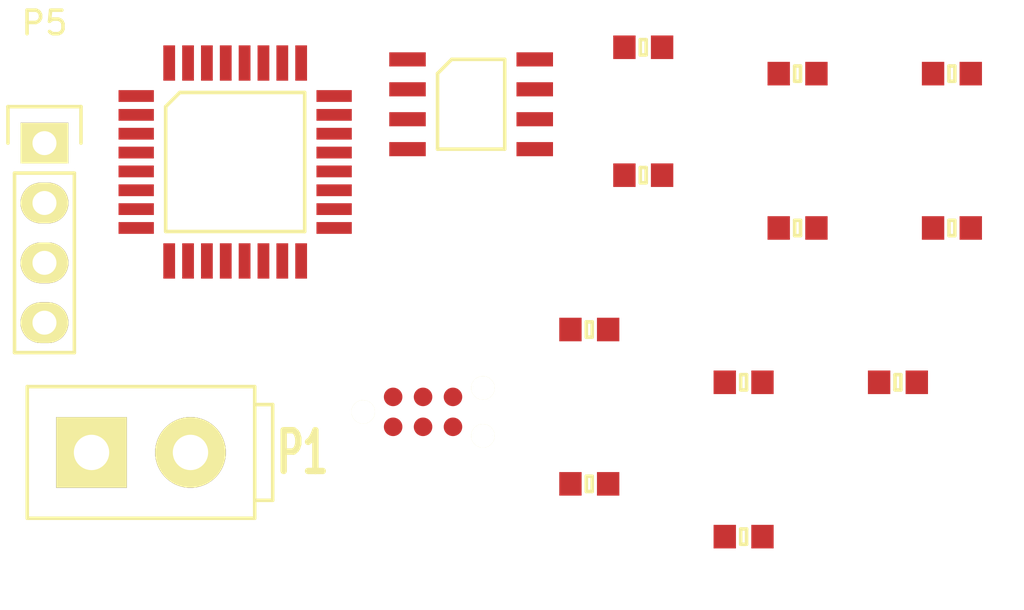
<source format=kicad_pcb>
(kicad_pcb (version 4) (host pcbnew 4.0.2-4+6225~38~ubuntu15.10.1-stable)

  (general
    (links 27)
    (no_connects 27)
    (area 0 0 0 0)
    (thickness 1.6)
    (drawings 0)
    (tracks 0)
    (zones 0)
    (modules 16)
    (nets 47)
  )

  (page A4)
  (layers
    (0 F.Cu signal)
    (31 B.Cu signal)
    (32 B.Adhes user)
    (33 F.Adhes user)
    (34 B.Paste user)
    (35 F.Paste user)
    (36 B.SilkS user)
    (37 F.SilkS user)
    (38 B.Mask user)
    (39 F.Mask user)
    (40 Dwgs.User user)
    (41 Cmts.User user)
    (42 Eco1.User user)
    (43 Eco2.User user)
    (44 Edge.Cuts user)
    (45 Margin user)
    (46 B.CrtYd user)
    (47 F.CrtYd user)
    (48 B.Fab user)
    (49 F.Fab user)
  )

  (setup
    (last_trace_width 0.25)
    (trace_clearance 0.2)
    (zone_clearance 0.508)
    (zone_45_only no)
    (trace_min 0.2)
    (segment_width 0.2)
    (edge_width 0.15)
    (via_size 0.6)
    (via_drill 0.4)
    (via_min_size 0.4)
    (via_min_drill 0.3)
    (uvia_size 0.3)
    (uvia_drill 0.1)
    (uvias_allowed no)
    (uvia_min_size 0.2)
    (uvia_min_drill 0.1)
    (pcb_text_width 0.3)
    (pcb_text_size 1.5 1.5)
    (mod_edge_width 0.15)
    (mod_text_size 1 1)
    (mod_text_width 0.15)
    (pad_size 1.524 1.524)
    (pad_drill 0.762)
    (pad_to_mask_clearance 0.2)
    (aux_axis_origin 0 0)
    (visible_elements FFFFFF7F)
    (pcbplotparams
      (layerselection 0x00030_80000001)
      (usegerberextensions false)
      (excludeedgelayer true)
      (linewidth 0.100000)
      (plotframeref false)
      (viasonmask false)
      (mode 1)
      (useauxorigin false)
      (hpglpennumber 1)
      (hpglpenspeed 20)
      (hpglpendiameter 15)
      (hpglpenoverlay 2)
      (psnegative false)
      (psa4output false)
      (plotreference true)
      (plotvalue true)
      (plotinvisibletext false)
      (padsonsilk false)
      (subtractmaskfromsilk false)
      (outputformat 1)
      (mirror false)
      (drillshape 1)
      (scaleselection 1)
      (outputdirectory ""))
  )

  (net 0 "")
  (net 1 GND)
  (net 2 +3V3)
  (net 3 "Net-(C5-Pad2)")
  (net 4 /BUS)
  (net 5 /BUS_A)
  (net 6 /BUS_B)
  (net 7 "Net-(IC1-Pad7)")
  (net 8 "Net-(IC2-Pad2)")
  (net 9 "Net-(IC2-Pad3)")
  (net 10 "Net-(IC2-Pad6)")
  (net 11 "Net-(IC2-Pad7)")
  (net 12 "Net-(IC2-Pad8)")
  (net 13 "Net-(IC2-Pad9)")
  (net 14 "Net-(IC2-Pad10)")
  (net 15 "Net-(IC2-Pad11)")
  (net 16 "Net-(IC2-Pad12)")
  (net 17 "Net-(IC2-Pad13)")
  (net 18 "Net-(IC2-Pad14)")
  (net 19 "Net-(IC2-Pad15)")
  (net 20 "Net-(IC2-Pad18)")
  (net 21 "Net-(IC2-Pad19)")
  (net 22 "Net-(IC2-Pad20)")
  (net 23 "Net-(IC2-Pad21)")
  (net 24 "Net-(IC2-Pad22)")
  (net 25 "Net-(IC2-Pad23)")
  (net 26 "Net-(IC2-Pad24)")
  (net 27 "Net-(IC2-Pad25)")
  (net 28 "Net-(IC2-Pad26)")
  (net 29 "Net-(IC2-Pad27)")
  (net 30 "Net-(IC2-Pad28)")
  (net 31 "Net-(IC2-Pad29)")
  (net 32 "Net-(IC2-Pad30)")
  (net 33 +12V)
  (net 34 /SWDIO)
  (net 35 /NRST)
  (net 36 /SWDCLK)
  (net 37 "Net-(P4-Pad6)")
  (net 38 /DRIVE_R)
  (net 39 /DRIVE_G)
  (net 40 /DRIVE_B)
  (net 41 /LED_R)
  (net 42 "Net-(Q1-Pad1)")
  (net 43 /LED_G)
  (net 44 "Net-(Q2-Pad1)")
  (net 45 /LED_B)
  (net 46 "Net-(Q3-Pad1)")

  (net_class Default "This is the default net class."
    (clearance 0.2)
    (trace_width 0.25)
    (via_dia 0.6)
    (via_drill 0.4)
    (uvia_dia 0.3)
    (uvia_drill 0.1)
    (add_net +12V)
    (add_net +3V3)
    (add_net /BUS)
    (add_net /BUS_A)
    (add_net /BUS_B)
    (add_net /DRIVE_B)
    (add_net /DRIVE_G)
    (add_net /DRIVE_R)
    (add_net /LED_B)
    (add_net /LED_G)
    (add_net /LED_R)
    (add_net /NRST)
    (add_net /SWDCLK)
    (add_net /SWDIO)
    (add_net GND)
    (add_net "Net-(C5-Pad2)")
    (add_net "Net-(IC1-Pad7)")
    (add_net "Net-(IC2-Pad10)")
    (add_net "Net-(IC2-Pad11)")
    (add_net "Net-(IC2-Pad12)")
    (add_net "Net-(IC2-Pad13)")
    (add_net "Net-(IC2-Pad14)")
    (add_net "Net-(IC2-Pad15)")
    (add_net "Net-(IC2-Pad18)")
    (add_net "Net-(IC2-Pad19)")
    (add_net "Net-(IC2-Pad2)")
    (add_net "Net-(IC2-Pad20)")
    (add_net "Net-(IC2-Pad21)")
    (add_net "Net-(IC2-Pad22)")
    (add_net "Net-(IC2-Pad23)")
    (add_net "Net-(IC2-Pad24)")
    (add_net "Net-(IC2-Pad25)")
    (add_net "Net-(IC2-Pad26)")
    (add_net "Net-(IC2-Pad27)")
    (add_net "Net-(IC2-Pad28)")
    (add_net "Net-(IC2-Pad29)")
    (add_net "Net-(IC2-Pad3)")
    (add_net "Net-(IC2-Pad30)")
    (add_net "Net-(IC2-Pad6)")
    (add_net "Net-(IC2-Pad7)")
    (add_net "Net-(IC2-Pad8)")
    (add_net "Net-(IC2-Pad9)")
    (add_net "Net-(P4-Pad6)")
    (add_net "Net-(Q1-Pad1)")
    (add_net "Net-(Q2-Pad1)")
    (add_net "Net-(Q3-Pad1)")
  )

  (module agg:0603 (layer F.Cu) (tedit 56836635) (tstamp 56F1FAFB)
    (at 177.45 37.155953)
    (path /56F1D5B2)
    (fp_text reference C1 (at -2.225 0 90) (layer F.Fab)
      (effects (font (size 1 1) (thickness 0.15)))
    )
    (fp_text value 100n (at 2.225 0 90) (layer F.Fab)
      (effects (font (size 1 1) (thickness 0.15)))
    )
    (fp_line (start -0.8 -0.4) (end 0.8 -0.4) (layer F.Fab) (width 0.01))
    (fp_line (start 0.8 -0.4) (end 0.8 0.4) (layer F.Fab) (width 0.01))
    (fp_line (start 0.8 0.4) (end -0.8 0.4) (layer F.Fab) (width 0.01))
    (fp_line (start -0.8 0.4) (end -0.8 -0.4) (layer F.Fab) (width 0.01))
    (fp_line (start -0.45 -0.4) (end -0.45 0.4) (layer F.Fab) (width 0.01))
    (fp_line (start 0.45 -0.4) (end 0.45 0.4) (layer F.Fab) (width 0.01))
    (fp_line (start -0.125 -0.325) (end 0.125 -0.325) (layer F.SilkS) (width 0.15))
    (fp_line (start 0.125 -0.325) (end 0.125 0.325) (layer F.SilkS) (width 0.15))
    (fp_line (start 0.125 0.325) (end -0.125 0.325) (layer F.SilkS) (width 0.15))
    (fp_line (start -0.125 0.325) (end -0.125 -0.325) (layer F.SilkS) (width 0.15))
    (fp_line (start -1.55 -0.75) (end 1.55 -0.75) (layer F.CrtYd) (width 0.01))
    (fp_line (start 1.55 -0.75) (end 1.55 0.75) (layer F.CrtYd) (width 0.01))
    (fp_line (start 1.55 0.75) (end -1.55 0.75) (layer F.CrtYd) (width 0.01))
    (fp_line (start -1.55 0.75) (end -1.55 -0.75) (layer F.CrtYd) (width 0.01))
    (pad 1 smd rect (at -0.8 0) (size 0.95 1) (layers F.Cu F.Paste F.Mask)
      (net 1 GND))
    (pad 2 smd rect (at 0.8 0) (size 0.95 1) (layers F.Cu F.Paste F.Mask)
      (net 2 +3V3))
  )

  (module agg:0603 (layer F.Cu) (tedit 56836635) (tstamp 56F1FB0F)
    (at 184 38.275001)
    (path /56F1DA30)
    (fp_text reference C2 (at -2.225 0 90) (layer F.Fab)
      (effects (font (size 1 1) (thickness 0.15)))
    )
    (fp_text value C_Small (at 2.225 0 90) (layer F.Fab)
      (effects (font (size 1 1) (thickness 0.15)))
    )
    (fp_line (start -0.8 -0.4) (end 0.8 -0.4) (layer F.Fab) (width 0.01))
    (fp_line (start 0.8 -0.4) (end 0.8 0.4) (layer F.Fab) (width 0.01))
    (fp_line (start 0.8 0.4) (end -0.8 0.4) (layer F.Fab) (width 0.01))
    (fp_line (start -0.8 0.4) (end -0.8 -0.4) (layer F.Fab) (width 0.01))
    (fp_line (start -0.45 -0.4) (end -0.45 0.4) (layer F.Fab) (width 0.01))
    (fp_line (start 0.45 -0.4) (end 0.45 0.4) (layer F.Fab) (width 0.01))
    (fp_line (start -0.125 -0.325) (end 0.125 -0.325) (layer F.SilkS) (width 0.15))
    (fp_line (start 0.125 -0.325) (end 0.125 0.325) (layer F.SilkS) (width 0.15))
    (fp_line (start 0.125 0.325) (end -0.125 0.325) (layer F.SilkS) (width 0.15))
    (fp_line (start -0.125 0.325) (end -0.125 -0.325) (layer F.SilkS) (width 0.15))
    (fp_line (start -1.55 -0.75) (end 1.55 -0.75) (layer F.CrtYd) (width 0.01))
    (fp_line (start 1.55 -0.75) (end 1.55 0.75) (layer F.CrtYd) (width 0.01))
    (fp_line (start 1.55 0.75) (end -1.55 0.75) (layer F.CrtYd) (width 0.01))
    (fp_line (start -1.55 0.75) (end -1.55 -0.75) (layer F.CrtYd) (width 0.01))
    (pad 1 smd rect (at -0.8 0) (size 0.95 1) (layers F.Cu F.Paste F.Mask)
      (net 1 GND))
    (pad 2 smd rect (at 0.8 0) (size 0.95 1) (layers F.Cu F.Paste F.Mask)
      (net 2 +3V3))
  )

  (module agg:0603 (layer F.Cu) (tedit 56836635) (tstamp 56F1FB23)
    (at 177.45 42.585001)
    (path /56F1D9E7)
    (fp_text reference C3 (at -2.225 0 90) (layer F.Fab)
      (effects (font (size 1 1) (thickness 0.15)))
    )
    (fp_text value C_Small (at 2.225 0 90) (layer F.Fab)
      (effects (font (size 1 1) (thickness 0.15)))
    )
    (fp_line (start -0.8 -0.4) (end 0.8 -0.4) (layer F.Fab) (width 0.01))
    (fp_line (start 0.8 -0.4) (end 0.8 0.4) (layer F.Fab) (width 0.01))
    (fp_line (start 0.8 0.4) (end -0.8 0.4) (layer F.Fab) (width 0.01))
    (fp_line (start -0.8 0.4) (end -0.8 -0.4) (layer F.Fab) (width 0.01))
    (fp_line (start -0.45 -0.4) (end -0.45 0.4) (layer F.Fab) (width 0.01))
    (fp_line (start 0.45 -0.4) (end 0.45 0.4) (layer F.Fab) (width 0.01))
    (fp_line (start -0.125 -0.325) (end 0.125 -0.325) (layer F.SilkS) (width 0.15))
    (fp_line (start 0.125 -0.325) (end 0.125 0.325) (layer F.SilkS) (width 0.15))
    (fp_line (start 0.125 0.325) (end -0.125 0.325) (layer F.SilkS) (width 0.15))
    (fp_line (start -0.125 0.325) (end -0.125 -0.325) (layer F.SilkS) (width 0.15))
    (fp_line (start -1.55 -0.75) (end 1.55 -0.75) (layer F.CrtYd) (width 0.01))
    (fp_line (start 1.55 -0.75) (end 1.55 0.75) (layer F.CrtYd) (width 0.01))
    (fp_line (start 1.55 0.75) (end -1.55 0.75) (layer F.CrtYd) (width 0.01))
    (fp_line (start -1.55 0.75) (end -1.55 -0.75) (layer F.CrtYd) (width 0.01))
    (pad 1 smd rect (at -0.8 0) (size 0.95 1) (layers F.Cu F.Paste F.Mask)
      (net 1 GND))
    (pad 2 smd rect (at 0.8 0) (size 0.95 1) (layers F.Cu F.Paste F.Mask)
      (net 2 +3V3))
  )

  (module agg:0603 (layer F.Cu) (tedit 56836635) (tstamp 56F1FB37)
    (at 175.16 49.135001)
    (path /56F1DB0A)
    (fp_text reference C4 (at -2.225 0 90) (layer F.Fab)
      (effects (font (size 1 1) (thickness 0.15)))
    )
    (fp_text value C_Small (at 2.225 0 90) (layer F.Fab)
      (effects (font (size 1 1) (thickness 0.15)))
    )
    (fp_line (start -0.8 -0.4) (end 0.8 -0.4) (layer F.Fab) (width 0.01))
    (fp_line (start 0.8 -0.4) (end 0.8 0.4) (layer F.Fab) (width 0.01))
    (fp_line (start 0.8 0.4) (end -0.8 0.4) (layer F.Fab) (width 0.01))
    (fp_line (start -0.8 0.4) (end -0.8 -0.4) (layer F.Fab) (width 0.01))
    (fp_line (start -0.45 -0.4) (end -0.45 0.4) (layer F.Fab) (width 0.01))
    (fp_line (start 0.45 -0.4) (end 0.45 0.4) (layer F.Fab) (width 0.01))
    (fp_line (start -0.125 -0.325) (end 0.125 -0.325) (layer F.SilkS) (width 0.15))
    (fp_line (start 0.125 -0.325) (end 0.125 0.325) (layer F.SilkS) (width 0.15))
    (fp_line (start 0.125 0.325) (end -0.125 0.325) (layer F.SilkS) (width 0.15))
    (fp_line (start -0.125 0.325) (end -0.125 -0.325) (layer F.SilkS) (width 0.15))
    (fp_line (start -1.55 -0.75) (end 1.55 -0.75) (layer F.CrtYd) (width 0.01))
    (fp_line (start 1.55 -0.75) (end 1.55 0.75) (layer F.CrtYd) (width 0.01))
    (fp_line (start 1.55 0.75) (end -1.55 0.75) (layer F.CrtYd) (width 0.01))
    (fp_line (start -1.55 0.75) (end -1.55 -0.75) (layer F.CrtYd) (width 0.01))
    (pad 1 smd rect (at -0.8 0) (size 0.95 1) (layers F.Cu F.Paste F.Mask)
      (net 1 GND))
    (pad 2 smd rect (at 0.8 0) (size 0.95 1) (layers F.Cu F.Paste F.Mask)
      (net 2 +3V3))
  )

  (module agg:0603 (layer F.Cu) (tedit 56836635) (tstamp 56F1FB4B)
    (at 184 44.825001)
    (path /56F1D8E2)
    (fp_text reference C5 (at -2.225 0 90) (layer F.Fab)
      (effects (font (size 1 1) (thickness 0.15)))
    )
    (fp_text value C_Small (at 2.225 0 90) (layer F.Fab)
      (effects (font (size 1 1) (thickness 0.15)))
    )
    (fp_line (start -0.8 -0.4) (end 0.8 -0.4) (layer F.Fab) (width 0.01))
    (fp_line (start 0.8 -0.4) (end 0.8 0.4) (layer F.Fab) (width 0.01))
    (fp_line (start 0.8 0.4) (end -0.8 0.4) (layer F.Fab) (width 0.01))
    (fp_line (start -0.8 0.4) (end -0.8 -0.4) (layer F.Fab) (width 0.01))
    (fp_line (start -0.45 -0.4) (end -0.45 0.4) (layer F.Fab) (width 0.01))
    (fp_line (start 0.45 -0.4) (end 0.45 0.4) (layer F.Fab) (width 0.01))
    (fp_line (start -0.125 -0.325) (end 0.125 -0.325) (layer F.SilkS) (width 0.15))
    (fp_line (start 0.125 -0.325) (end 0.125 0.325) (layer F.SilkS) (width 0.15))
    (fp_line (start 0.125 0.325) (end -0.125 0.325) (layer F.SilkS) (width 0.15))
    (fp_line (start -0.125 0.325) (end -0.125 -0.325) (layer F.SilkS) (width 0.15))
    (fp_line (start -1.55 -0.75) (end 1.55 -0.75) (layer F.CrtYd) (width 0.01))
    (fp_line (start 1.55 -0.75) (end 1.55 0.75) (layer F.CrtYd) (width 0.01))
    (fp_line (start 1.55 0.75) (end -1.55 0.75) (layer F.CrtYd) (width 0.01))
    (fp_line (start -1.55 0.75) (end -1.55 -0.75) (layer F.CrtYd) (width 0.01))
    (pad 1 smd rect (at -0.8 0) (size 0.95 1) (layers F.Cu F.Paste F.Mask)
      (net 1 GND))
    (pad 2 smd rect (at 0.8 0) (size 0.95 1) (layers F.Cu F.Paste F.Mask)
      (net 3 "Net-(C5-Pad2)"))
  )

  (module SOIC-8 (layer F.Cu) (tedit 5680BCD7) (tstamp 56F1FB7D)
    (at 170.145001 39.575)
    (path /56F1CC5E)
    (fp_text reference IC1 (at 0 -3.45) (layer F.Fab)
      (effects (font (size 1 1) (thickness 0.15)))
    )
    (fp_text value LMx93 (at 0 3.45) (layer F.Fab)
      (effects (font (size 1 1) (thickness 0.15)))
    )
    (fp_line (start -2 -2.5) (end 2 -2.5) (layer F.Fab) (width 0.01))
    (fp_line (start 2 -2.5) (end 2 2.5) (layer F.Fab) (width 0.01))
    (fp_line (start 2 2.5) (end -2 2.5) (layer F.Fab) (width 0.01))
    (fp_line (start -2 2.5) (end -2 -2.5) (layer F.Fab) (width 0.01))
    (fp_circle (center -1.2 -1.7) (end -1.2 -1.3) (layer F.Fab) (width 0.01))
    (fp_line (start -3.1 -2.155) (end -2 -2.155) (layer F.Fab) (width 0.01))
    (fp_line (start -2 -1.655) (end -3.1 -1.655) (layer F.Fab) (width 0.01))
    (fp_line (start -3.1 -1.655) (end -3.1 -2.155) (layer F.Fab) (width 0.01))
    (fp_line (start -3.1 -0.885) (end -2 -0.885) (layer F.Fab) (width 0.01))
    (fp_line (start -2 -0.385) (end -3.1 -0.385) (layer F.Fab) (width 0.01))
    (fp_line (start -3.1 -0.385) (end -3.1 -0.885) (layer F.Fab) (width 0.01))
    (fp_line (start -3.1 0.385) (end -2 0.385) (layer F.Fab) (width 0.01))
    (fp_line (start -2 0.885) (end -3.1 0.885) (layer F.Fab) (width 0.01))
    (fp_line (start -3.1 0.885) (end -3.1 0.385) (layer F.Fab) (width 0.01))
    (fp_line (start -3.1 1.655) (end -2 1.655) (layer F.Fab) (width 0.01))
    (fp_line (start -2 2.155) (end -3.1 2.155) (layer F.Fab) (width 0.01))
    (fp_line (start -3.1 2.155) (end -3.1 1.655) (layer F.Fab) (width 0.01))
    (fp_line (start 2 1.655) (end 3.1 1.655) (layer F.Fab) (width 0.01))
    (fp_line (start 3.1 1.655) (end 3.1 2.155) (layer F.Fab) (width 0.01))
    (fp_line (start 3.1 2.155) (end 2 2.155) (layer F.Fab) (width 0.01))
    (fp_line (start 2 0.385) (end 3.1 0.385) (layer F.Fab) (width 0.01))
    (fp_line (start 3.1 0.385) (end 3.1 0.885) (layer F.Fab) (width 0.01))
    (fp_line (start 3.1 0.885) (end 2 0.885) (layer F.Fab) (width 0.01))
    (fp_line (start 2 -0.885) (end 3.1 -0.885) (layer F.Fab) (width 0.01))
    (fp_line (start 3.1 -0.885) (end 3.1 -0.385) (layer F.Fab) (width 0.01))
    (fp_line (start 3.1 -0.385) (end 2 -0.385) (layer F.Fab) (width 0.01))
    (fp_line (start 2 -2.155) (end 3.1 -2.155) (layer F.Fab) (width 0.01))
    (fp_line (start 3.1 -2.155) (end 3.1 -1.655) (layer F.Fab) (width 0.01))
    (fp_line (start 3.1 -1.655) (end 2 -1.655) (layer F.Fab) (width 0.01))
    (fp_line (start -0.825 -1.905) (end 1.425 -1.905) (layer F.SilkS) (width 0.15))
    (fp_line (start 1.425 -1.905) (end 1.425 1.905) (layer F.SilkS) (width 0.15))
    (fp_line (start 1.425 1.905) (end -1.425 1.905) (layer F.SilkS) (width 0.15))
    (fp_line (start -1.425 1.905) (end -1.425 -1.305) (layer F.SilkS) (width 0.15))
    (fp_line (start -1.425 -1.305) (end -0.825 -1.905) (layer F.SilkS) (width 0.15))
    (fp_line (start -3.75 -2.75) (end 3.75 -2.75) (layer F.CrtYd) (width 0.01))
    (fp_line (start 3.75 -2.75) (end 3.75 2.75) (layer F.CrtYd) (width 0.01))
    (fp_line (start 3.75 2.75) (end -3.75 2.75) (layer F.CrtYd) (width 0.01))
    (fp_line (start -3.75 2.75) (end -3.75 -2.75) (layer F.CrtYd) (width 0.01))
    (pad 1 smd rect (at -2.7 -1.905) (size 1.55 0.6) (layers F.Cu F.Paste F.Mask)
      (net 4 /BUS))
    (pad 2 smd rect (at -2.7 -0.635) (size 1.55 0.6) (layers F.Cu F.Paste F.Mask)
      (net 5 /BUS_A))
    (pad 3 smd rect (at -2.7 0.635) (size 1.55 0.6) (layers F.Cu F.Paste F.Mask)
      (net 6 /BUS_B))
    (pad 4 smd rect (at -2.7 1.905) (size 1.55 0.6) (layers F.Cu F.Paste F.Mask)
      (net 1 GND))
    (pad 5 smd rect (at 2.7 1.905) (size 1.55 0.6) (layers F.Cu F.Paste F.Mask)
      (net 1 GND))
    (pad 6 smd rect (at 2.7 0.635) (size 1.55 0.6) (layers F.Cu F.Paste F.Mask)
      (net 1 GND))
    (pad 7 smd rect (at 2.7 -0.635) (size 1.55 0.6) (layers F.Cu F.Paste F.Mask)
      (net 7 "Net-(IC1-Pad7)"))
    (pad 8 smd rect (at 2.7 -1.905) (size 1.55 0.6) (layers F.Cu F.Paste F.Mask)
      (net 2 +3V3))
  )

  (module agg:LQFP-32 (layer F.Cu) (tedit 56F130B3) (tstamp 56F1FC0F)
    (at 160.130715 42.025)
    (path /56F1D60D)
    (fp_text reference IC2 (at 0 -5.9) (layer F.Fab)
      (effects (font (size 1 1) (thickness 0.15)))
    )
    (fp_text value STM32F0xxKxTx (at 0 5.9) (layer F.Fab)
      (effects (font (size 1 1) (thickness 0.15)))
    )
    (fp_line (start -3.6 -3.6) (end 3.6 -3.6) (layer F.Fab) (width 0.01))
    (fp_line (start 3.6 -3.6) (end 3.6 3.6) (layer F.Fab) (width 0.01))
    (fp_line (start 3.6 3.6) (end -3.6 3.6) (layer F.Fab) (width 0.01))
    (fp_line (start -3.6 3.6) (end -3.6 -3.6) (layer F.Fab) (width 0.01))
    (fp_circle (center -2.8 -2.8) (end -2.8 -2.4) (layer F.Fab) (width 0.01))
    (fp_line (start -4.6 -3) (end -3.6 -3) (layer F.Fab) (width 0.01))
    (fp_line (start -3.6 -2.6) (end -4.6 -2.6) (layer F.Fab) (width 0.01))
    (fp_line (start -4.6 -2.6) (end -4.6 -3) (layer F.Fab) (width 0.01))
    (fp_line (start -4.6 -2.2) (end -3.6 -2.2) (layer F.Fab) (width 0.01))
    (fp_line (start -3.6 -1.8) (end -4.6 -1.8) (layer F.Fab) (width 0.01))
    (fp_line (start -4.6 -1.8) (end -4.6 -2.2) (layer F.Fab) (width 0.01))
    (fp_line (start -4.6 -1.4) (end -3.6 -1.4) (layer F.Fab) (width 0.01))
    (fp_line (start -3.6 -1) (end -4.6 -1) (layer F.Fab) (width 0.01))
    (fp_line (start -4.6 -1) (end -4.6 -1.4) (layer F.Fab) (width 0.01))
    (fp_line (start -4.6 -0.6) (end -3.6 -0.6) (layer F.Fab) (width 0.01))
    (fp_line (start -3.6 -0.2) (end -4.6 -0.2) (layer F.Fab) (width 0.01))
    (fp_line (start -4.6 -0.2) (end -4.6 -0.6) (layer F.Fab) (width 0.01))
    (fp_line (start -4.6 0.2) (end -3.6 0.2) (layer F.Fab) (width 0.01))
    (fp_line (start -3.6 0.6) (end -4.6 0.6) (layer F.Fab) (width 0.01))
    (fp_line (start -4.6 0.6) (end -4.6 0.2) (layer F.Fab) (width 0.01))
    (fp_line (start -4.6 1) (end -3.6 1) (layer F.Fab) (width 0.01))
    (fp_line (start -3.6 1.4) (end -4.6 1.4) (layer F.Fab) (width 0.01))
    (fp_line (start -4.6 1.4) (end -4.6 1) (layer F.Fab) (width 0.01))
    (fp_line (start -4.6 1.8) (end -3.6 1.8) (layer F.Fab) (width 0.01))
    (fp_line (start -3.6 2.2) (end -4.6 2.2) (layer F.Fab) (width 0.01))
    (fp_line (start -4.6 2.2) (end -4.6 1.8) (layer F.Fab) (width 0.01))
    (fp_line (start -4.6 2.6) (end -3.6 2.6) (layer F.Fab) (width 0.01))
    (fp_line (start -3.6 3) (end -4.6 3) (layer F.Fab) (width 0.01))
    (fp_line (start -4.6 3) (end -4.6 2.6) (layer F.Fab) (width 0.01))
    (fp_line (start 3.6 2.6) (end 4.6 2.6) (layer F.Fab) (width 0.01))
    (fp_line (start 4.6 2.6) (end 4.6 3) (layer F.Fab) (width 0.01))
    (fp_line (start 4.6 3) (end 3.6 3) (layer F.Fab) (width 0.01))
    (fp_line (start 3.6 1.8) (end 4.6 1.8) (layer F.Fab) (width 0.01))
    (fp_line (start 4.6 1.8) (end 4.6 2.2) (layer F.Fab) (width 0.01))
    (fp_line (start 4.6 2.2) (end 3.6 2.2) (layer F.Fab) (width 0.01))
    (fp_line (start 3.6 1) (end 4.6 1) (layer F.Fab) (width 0.01))
    (fp_line (start 4.6 1) (end 4.6 1.4) (layer F.Fab) (width 0.01))
    (fp_line (start 4.6 1.4) (end 3.6 1.4) (layer F.Fab) (width 0.01))
    (fp_line (start 3.6 0.2) (end 4.6 0.2) (layer F.Fab) (width 0.01))
    (fp_line (start 4.6 0.2) (end 4.6 0.6) (layer F.Fab) (width 0.01))
    (fp_line (start 4.6 0.6) (end 3.6 0.6) (layer F.Fab) (width 0.01))
    (fp_line (start 3.6 -0.6) (end 4.6 -0.6) (layer F.Fab) (width 0.01))
    (fp_line (start 4.6 -0.6) (end 4.6 -0.2) (layer F.Fab) (width 0.01))
    (fp_line (start 4.6 -0.2) (end 3.6 -0.2) (layer F.Fab) (width 0.01))
    (fp_line (start 3.6 -1.4) (end 4.6 -1.4) (layer F.Fab) (width 0.01))
    (fp_line (start 4.6 -1.4) (end 4.6 -1) (layer F.Fab) (width 0.01))
    (fp_line (start 4.6 -1) (end 3.6 -1) (layer F.Fab) (width 0.01))
    (fp_line (start 3.6 -2.2) (end 4.6 -2.2) (layer F.Fab) (width 0.01))
    (fp_line (start 4.6 -2.2) (end 4.6 -1.8) (layer F.Fab) (width 0.01))
    (fp_line (start 4.6 -1.8) (end 3.6 -1.8) (layer F.Fab) (width 0.01))
    (fp_line (start 3.6 -3) (end 4.6 -3) (layer F.Fab) (width 0.01))
    (fp_line (start 4.6 -3) (end 4.6 -2.6) (layer F.Fab) (width 0.01))
    (fp_line (start 4.6 -2.6) (end 3.6 -2.6) (layer F.Fab) (width 0.01))
    (fp_line (start 2.6 -4.6) (end 3 -4.6) (layer F.Fab) (width 0.01))
    (fp_line (start 3 -4.6) (end 3 -3.6) (layer F.Fab) (width 0.01))
    (fp_line (start 2.6 -3.6) (end 2.6 -4.6) (layer F.Fab) (width 0.01))
    (fp_line (start 1.8 -4.6) (end 2.2 -4.6) (layer F.Fab) (width 0.01))
    (fp_line (start 2.2 -4.6) (end 2.2 -3.6) (layer F.Fab) (width 0.01))
    (fp_line (start 1.8 -3.6) (end 1.8 -4.6) (layer F.Fab) (width 0.01))
    (fp_line (start 1 -4.6) (end 1.4 -4.6) (layer F.Fab) (width 0.01))
    (fp_line (start 1.4 -4.6) (end 1.4 -3.6) (layer F.Fab) (width 0.01))
    (fp_line (start 1 -3.6) (end 1 -4.6) (layer F.Fab) (width 0.01))
    (fp_line (start 0.2 -4.6) (end 0.6 -4.6) (layer F.Fab) (width 0.01))
    (fp_line (start 0.6 -4.6) (end 0.6 -3.6) (layer F.Fab) (width 0.01))
    (fp_line (start 0.2 -3.6) (end 0.2 -4.6) (layer F.Fab) (width 0.01))
    (fp_line (start -0.6 -4.6) (end -0.2 -4.6) (layer F.Fab) (width 0.01))
    (fp_line (start -0.2 -4.6) (end -0.2 -3.6) (layer F.Fab) (width 0.01))
    (fp_line (start -0.6 -3.6) (end -0.6 -4.6) (layer F.Fab) (width 0.01))
    (fp_line (start -1.4 -4.6) (end -1 -4.6) (layer F.Fab) (width 0.01))
    (fp_line (start -1 -4.6) (end -1 -3.6) (layer F.Fab) (width 0.01))
    (fp_line (start -1.4 -3.6) (end -1.4 -4.6) (layer F.Fab) (width 0.01))
    (fp_line (start -2.2 -4.6) (end -1.8 -4.6) (layer F.Fab) (width 0.01))
    (fp_line (start -1.8 -4.6) (end -1.8 -3.6) (layer F.Fab) (width 0.01))
    (fp_line (start -2.2 -3.6) (end -2.2 -4.6) (layer F.Fab) (width 0.01))
    (fp_line (start -3 -4.6) (end -2.6 -4.6) (layer F.Fab) (width 0.01))
    (fp_line (start -2.6 -4.6) (end -2.6 -3.6) (layer F.Fab) (width 0.01))
    (fp_line (start -3 -3.6) (end -3 -4.6) (layer F.Fab) (width 0.01))
    (fp_line (start -2.6 3.6) (end -2.6 4.6) (layer F.Fab) (width 0.01))
    (fp_line (start -2.6 4.6) (end -3 4.6) (layer F.Fab) (width 0.01))
    (fp_line (start -3 4.6) (end -3 3.6) (layer F.Fab) (width 0.01))
    (fp_line (start -1.8 3.6) (end -1.8 4.6) (layer F.Fab) (width 0.01))
    (fp_line (start -1.8 4.6) (end -2.2 4.6) (layer F.Fab) (width 0.01))
    (fp_line (start -2.2 4.6) (end -2.2 3.6) (layer F.Fab) (width 0.01))
    (fp_line (start -1 3.6) (end -1 4.6) (layer F.Fab) (width 0.01))
    (fp_line (start -1 4.6) (end -1.4 4.6) (layer F.Fab) (width 0.01))
    (fp_line (start -1.4 4.6) (end -1.4 3.6) (layer F.Fab) (width 0.01))
    (fp_line (start -0.2 3.6) (end -0.2 4.6) (layer F.Fab) (width 0.01))
    (fp_line (start -0.2 4.6) (end -0.6 4.6) (layer F.Fab) (width 0.01))
    (fp_line (start -0.6 4.6) (end -0.6 3.6) (layer F.Fab) (width 0.01))
    (fp_line (start 0.6 3.6) (end 0.6 4.6) (layer F.Fab) (width 0.01))
    (fp_line (start 0.6 4.6) (end 0.2 4.6) (layer F.Fab) (width 0.01))
    (fp_line (start 0.2 4.6) (end 0.2 3.6) (layer F.Fab) (width 0.01))
    (fp_line (start 1.4 3.6) (end 1.4 4.6) (layer F.Fab) (width 0.01))
    (fp_line (start 1.4 4.6) (end 1 4.6) (layer F.Fab) (width 0.01))
    (fp_line (start 1 4.6) (end 1 3.6) (layer F.Fab) (width 0.01))
    (fp_line (start 2.2 3.6) (end 2.2 4.6) (layer F.Fab) (width 0.01))
    (fp_line (start 2.2 4.6) (end 1.8 4.6) (layer F.Fab) (width 0.01))
    (fp_line (start 1.8 4.6) (end 1.8 3.6) (layer F.Fab) (width 0.01))
    (fp_line (start 3 3.6) (end 3 4.6) (layer F.Fab) (width 0.01))
    (fp_line (start 3 4.6) (end 2.6 4.6) (layer F.Fab) (width 0.01))
    (fp_line (start 2.6 4.6) (end 2.6 3.6) (layer F.Fab) (width 0.01))
    (fp_line (start -2.35 -2.95) (end 2.95 -2.95) (layer F.SilkS) (width 0.15))
    (fp_line (start 2.95 -2.95) (end 2.95 2.95) (layer F.SilkS) (width 0.15))
    (fp_line (start 2.95 2.95) (end -2.95 2.95) (layer F.SilkS) (width 0.15))
    (fp_line (start -2.95 2.95) (end -2.95 -2.35) (layer F.SilkS) (width 0.15))
    (fp_line (start -2.95 -2.35) (end -2.35 -2.95) (layer F.SilkS) (width 0.15))
    (fp_line (start -5.2 -5.2) (end 5.2 -5.2) (layer F.CrtYd) (width 0.01))
    (fp_line (start 5.2 -5.2) (end 5.2 5.2) (layer F.CrtYd) (width 0.01))
    (fp_line (start 5.2 5.2) (end -5.2 5.2) (layer F.CrtYd) (width 0.01))
    (fp_line (start -5.2 5.2) (end -5.2 -5.2) (layer F.CrtYd) (width 0.01))
    (pad 1 smd rect (at -4.2 -2.8) (size 1.5 0.5) (layers F.Cu F.Paste F.Mask))
    (pad 2 smd rect (at -4.2 -2) (size 1.5 0.5) (layers F.Cu F.Paste F.Mask)
      (net 8 "Net-(IC2-Pad2)"))
    (pad 3 smd rect (at -4.2 -1.2) (size 1.5 0.5) (layers F.Cu F.Paste F.Mask)
      (net 9 "Net-(IC2-Pad3)"))
    (pad 4 smd rect (at -4.2 -0.4) (size 1.5 0.5) (layers F.Cu F.Paste F.Mask)
      (net 3 "Net-(C5-Pad2)"))
    (pad 5 smd rect (at -4.2 0.4) (size 1.5 0.5) (layers F.Cu F.Paste F.Mask)
      (net 2 +3V3))
    (pad 6 smd rect (at -4.2 1.2) (size 1.5 0.5) (layers F.Cu F.Paste F.Mask)
      (net 10 "Net-(IC2-Pad6)"))
    (pad 7 smd rect (at -4.2 2) (size 1.5 0.5) (layers F.Cu F.Paste F.Mask)
      (net 11 "Net-(IC2-Pad7)"))
    (pad 8 smd rect (at -4.2 2.8) (size 1.5 0.5) (layers F.Cu F.Paste F.Mask)
      (net 12 "Net-(IC2-Pad8)"))
    (pad 9 smd rect (at -2.8 4.2) (size 0.5 1.5) (layers F.Cu F.Paste F.Mask)
      (net 13 "Net-(IC2-Pad9)"))
    (pad 10 smd rect (at -2 4.2) (size 0.5 1.5) (layers F.Cu F.Paste F.Mask)
      (net 14 "Net-(IC2-Pad10)"))
    (pad 11 smd rect (at -1.2 4.2) (size 0.5 1.5) (layers F.Cu F.Paste F.Mask)
      (net 15 "Net-(IC2-Pad11)"))
    (pad 12 smd rect (at -0.4 4.2) (size 0.5 1.5) (layers F.Cu F.Paste F.Mask)
      (net 16 "Net-(IC2-Pad12)"))
    (pad 13 smd rect (at 0.4 4.2) (size 0.5 1.5) (layers F.Cu F.Paste F.Mask)
      (net 17 "Net-(IC2-Pad13)"))
    (pad 14 smd rect (at 1.2 4.2) (size 0.5 1.5) (layers F.Cu F.Paste F.Mask)
      (net 18 "Net-(IC2-Pad14)"))
    (pad 15 smd rect (at 2 4.2) (size 0.5 1.5) (layers F.Cu F.Paste F.Mask)
      (net 19 "Net-(IC2-Pad15)"))
    (pad 16 smd rect (at 2.8 4.2) (size 0.5 1.5) (layers F.Cu F.Paste F.Mask)
      (net 1 GND))
    (pad 17 smd rect (at 4.2 2.8) (size 1.5 0.5) (layers F.Cu F.Paste F.Mask)
      (net 2 +3V3))
    (pad 18 smd rect (at 4.2 2) (size 1.5 0.5) (layers F.Cu F.Paste F.Mask)
      (net 20 "Net-(IC2-Pad18)"))
    (pad 19 smd rect (at 4.2 1.2) (size 1.5 0.5) (layers F.Cu F.Paste F.Mask)
      (net 21 "Net-(IC2-Pad19)"))
    (pad 20 smd rect (at 4.2 0.4) (size 1.5 0.5) (layers F.Cu F.Paste F.Mask)
      (net 22 "Net-(IC2-Pad20)"))
    (pad 21 smd rect (at 4.2 -0.4) (size 1.5 0.5) (layers F.Cu F.Paste F.Mask)
      (net 23 "Net-(IC2-Pad21)"))
    (pad 22 smd rect (at 4.2 -1.2) (size 1.5 0.5) (layers F.Cu F.Paste F.Mask)
      (net 24 "Net-(IC2-Pad22)"))
    (pad 23 smd rect (at 4.2 -2) (size 1.5 0.5) (layers F.Cu F.Paste F.Mask)
      (net 25 "Net-(IC2-Pad23)"))
    (pad 24 smd rect (at 4.2 -2.8) (size 1.5 0.5) (layers F.Cu F.Paste F.Mask)
      (net 26 "Net-(IC2-Pad24)"))
    (pad 25 smd rect (at 2.8 -4.2) (size 0.5 1.5) (layers F.Cu F.Paste F.Mask)
      (net 27 "Net-(IC2-Pad25)"))
    (pad 26 smd rect (at 2 -4.2) (size 0.5 1.5) (layers F.Cu F.Paste F.Mask)
      (net 28 "Net-(IC2-Pad26)"))
    (pad 27 smd rect (at 1.2 -4.2) (size 0.5 1.5) (layers F.Cu F.Paste F.Mask)
      (net 29 "Net-(IC2-Pad27)"))
    (pad 28 smd rect (at 0.4 -4.2) (size 0.5 1.5) (layers F.Cu F.Paste F.Mask)
      (net 30 "Net-(IC2-Pad28)"))
    (pad 29 smd rect (at -0.4 -4.2) (size 0.5 1.5) (layers F.Cu F.Paste F.Mask)
      (net 31 "Net-(IC2-Pad29)"))
    (pad 30 smd rect (at -1.2 -4.2) (size 0.5 1.5) (layers F.Cu F.Paste F.Mask)
      (net 32 "Net-(IC2-Pad30)"))
    (pad 31 smd rect (at -2 -4.2) (size 0.5 1.5) (layers F.Cu F.Paste F.Mask)
      (net 1 GND))
    (pad 32 smd rect (at -2.8 -4.2) (size 0.5 1.5) (layers F.Cu F.Paste F.Mask)
      (net 1 GND))
  )

  (module thegrid:SIL-2 (layer F.Cu) (tedit 53C29E96) (tstamp 56F1FC1C)
    (at 156.133924 54.352)
    (descr "Connecteurs 2 pins")
    (tags "CONN DEV")
    (path /56F1CD31)
    (fp_text reference P1 (at 6.858 0) (layer F.SilkS)
      (effects (font (size 1.72974 1.08712) (thickness 0.3048)))
    )
    (fp_text value POWER_IN (at -2.032 -1.778) (layer F.SilkS) hide
      (effects (font (size 1.524 1.016) (thickness 0.3048)))
    )
    (fp_line (start 4.826 -2.032) (end 5.588 -2.032) (layer F.SilkS) (width 0.15))
    (fp_line (start 5.588 -2.032) (end 5.588 2.032) (layer F.SilkS) (width 0.15))
    (fp_line (start 5.588 2.032) (end 4.826 2.032) (layer F.SilkS) (width 0.15))
    (fp_line (start 4.826 -2.794) (end -4.826 -2.794) (layer F.SilkS) (width 0.15))
    (fp_line (start -4.826 2.794) (end 4.826 2.794) (layer F.SilkS) (width 0.15))
    (fp_line (start 4.826 -2.794) (end 4.826 2.794) (layer F.SilkS) (width 0.15))
    (fp_line (start -4.826 -2.794) (end -4.826 2.794) (layer F.SilkS) (width 0.15))
    (pad 1 thru_hole rect (at -2.1 0) (size 3 3) (drill 1.5) (layers *.Cu *.Mask F.SilkS)
      (net 1 GND))
    (pad 2 thru_hole circle (at 2.1 0) (size 3 3) (drill 1.5) (layers *.Cu *.Mask F.SilkS)
      (net 33 +12V))
  )

  (module agg:TC2030-NL (layer F.Cu) (tedit 56848096) (tstamp 56F1FC2D)
    (at 168.105001 52.625)
    (path /56F1CCE2)
    (fp_text reference P4 (at 0 -2.6) (layer F.Fab)
      (effects (font (size 1 1) (thickness 0.15)))
    )
    (fp_text value SWD_TC (at 0 2.75) (layer F.Fab)
      (effects (font (size 1 1) (thickness 0.15)))
    )
    (fp_line (start -3.5 -2) (end 3.5 -2) (layer F.CrtYd) (width 0.01))
    (fp_line (start -3.5 2) (end -3.5 -2) (layer F.CrtYd) (width 0.01))
    (fp_line (start 3.5 2) (end -3.5 2) (layer F.CrtYd) (width 0.01))
    (fp_line (start 3.5 -2) (end 3.5 2) (layer F.CrtYd) (width 0.01))
    (pad 1 smd circle (at -1.27 0.64) (size 0.787 0.787) (layers F.Cu F.Mask)
      (net 2 +3V3))
    (pad 2 smd circle (at -1.27 -0.63) (size 0.787 0.787) (layers F.Cu F.Mask)
      (net 34 /SWDIO))
    (pad 3 smd circle (at 0 0.64) (size 0.787 0.787) (layers F.Cu F.Mask)
      (net 35 /NRST))
    (pad 4 smd circle (at 0 -0.63) (size 0.787 0.787) (layers F.Cu F.Mask)
      (net 36 /SWDCLK))
    (pad 5 smd circle (at 1.27 0.64) (size 0.787 0.787) (layers F.Cu F.Mask)
      (net 1 GND))
    (pad 6 smd circle (at 1.27 -0.63) (size 0.787 0.787) (layers F.Cu F.Mask)
      (net 37 "Net-(P4-Pad6)"))
    (pad "" np_thru_hole circle (at -2.54 0.005) (size 1 1) (drill 1) (layers *.Cu *.Mask F.SilkS))
    (pad "" np_thru_hole circle (at 2.54 1.021) (size 1 1) (drill 1) (layers *.Cu *.Mask F.SilkS))
    (pad "" np_thru_hole circle (at 2.54 -1.011) (size 1 1) (drill 1) (layers *.Cu *.Mask F.SilkS))
  )

  (module Pin_Headers:Pin_Header_Straight_1x04 (layer F.Cu) (tedit 0) (tstamp 56F1FC40)
    (at 152.036905 41.225)
    (descr "Through hole pin header")
    (tags "pin header")
    (path /56F1CDBF)
    (fp_text reference P5 (at 0 -5.1) (layer F.SilkS)
      (effects (font (size 1 1) (thickness 0.15)))
    )
    (fp_text value LEDs (at 0 -3.1) (layer F.Fab)
      (effects (font (size 1 1) (thickness 0.15)))
    )
    (fp_line (start -1.75 -1.75) (end -1.75 9.4) (layer F.CrtYd) (width 0.05))
    (fp_line (start 1.75 -1.75) (end 1.75 9.4) (layer F.CrtYd) (width 0.05))
    (fp_line (start -1.75 -1.75) (end 1.75 -1.75) (layer F.CrtYd) (width 0.05))
    (fp_line (start -1.75 9.4) (end 1.75 9.4) (layer F.CrtYd) (width 0.05))
    (fp_line (start -1.27 1.27) (end -1.27 8.89) (layer F.SilkS) (width 0.15))
    (fp_line (start 1.27 1.27) (end 1.27 8.89) (layer F.SilkS) (width 0.15))
    (fp_line (start 1.55 -1.55) (end 1.55 0) (layer F.SilkS) (width 0.15))
    (fp_line (start -1.27 8.89) (end 1.27 8.89) (layer F.SilkS) (width 0.15))
    (fp_line (start 1.27 1.27) (end -1.27 1.27) (layer F.SilkS) (width 0.15))
    (fp_line (start -1.55 0) (end -1.55 -1.55) (layer F.SilkS) (width 0.15))
    (fp_line (start -1.55 -1.55) (end 1.55 -1.55) (layer F.SilkS) (width 0.15))
    (pad 1 thru_hole rect (at 0 0) (size 2.032 1.7272) (drill 1.016) (layers *.Cu *.Mask F.SilkS)
      (net 33 +12V))
    (pad 2 thru_hole oval (at 0 2.54) (size 2.032 1.7272) (drill 1.016) (layers *.Cu *.Mask F.SilkS)
      (net 38 /DRIVE_R))
    (pad 3 thru_hole oval (at 0 5.08) (size 2.032 1.7272) (drill 1.016) (layers *.Cu *.Mask F.SilkS)
      (net 39 /DRIVE_G))
    (pad 4 thru_hole oval (at 0 7.62) (size 2.032 1.7272) (drill 1.016) (layers *.Cu *.Mask F.SilkS)
      (net 40 /DRIVE_B))
    (model Pin_Headers.3dshapes/Pin_Header_Straight_1x04.wrl
      (at (xyz 0 -0.15 0))
      (scale (xyz 1 1 1))
      (rotate (xyz 0 0 90))
    )
  )

  (module agg:0603 (layer F.Cu) (tedit 56836635) (tstamp 56F1FC54)
    (at 190.55 38.275001)
    (path /56F1E254)
    (fp_text reference R1 (at -2.225 0 90) (layer F.Fab)
      (effects (font (size 1 1) (thickness 0.15)))
    )
    (fp_text value R_Small (at 2.225 0 90) (layer F.Fab)
      (effects (font (size 1 1) (thickness 0.15)))
    )
    (fp_line (start -0.8 -0.4) (end 0.8 -0.4) (layer F.Fab) (width 0.01))
    (fp_line (start 0.8 -0.4) (end 0.8 0.4) (layer F.Fab) (width 0.01))
    (fp_line (start 0.8 0.4) (end -0.8 0.4) (layer F.Fab) (width 0.01))
    (fp_line (start -0.8 0.4) (end -0.8 -0.4) (layer F.Fab) (width 0.01))
    (fp_line (start -0.45 -0.4) (end -0.45 0.4) (layer F.Fab) (width 0.01))
    (fp_line (start 0.45 -0.4) (end 0.45 0.4) (layer F.Fab) (width 0.01))
    (fp_line (start -0.125 -0.325) (end 0.125 -0.325) (layer F.SilkS) (width 0.15))
    (fp_line (start 0.125 -0.325) (end 0.125 0.325) (layer F.SilkS) (width 0.15))
    (fp_line (start 0.125 0.325) (end -0.125 0.325) (layer F.SilkS) (width 0.15))
    (fp_line (start -0.125 0.325) (end -0.125 -0.325) (layer F.SilkS) (width 0.15))
    (fp_line (start -1.55 -0.75) (end 1.55 -0.75) (layer F.CrtYd) (width 0.01))
    (fp_line (start 1.55 -0.75) (end 1.55 0.75) (layer F.CrtYd) (width 0.01))
    (fp_line (start 1.55 0.75) (end -1.55 0.75) (layer F.CrtYd) (width 0.01))
    (fp_line (start -1.55 0.75) (end -1.55 -0.75) (layer F.CrtYd) (width 0.01))
    (pad 1 smd rect (at -0.8 0) (size 0.95 1) (layers F.Cu F.Paste F.Mask)
      (net 41 /LED_R))
    (pad 2 smd rect (at 0.8 0) (size 0.95 1) (layers F.Cu F.Paste F.Mask)
      (net 42 "Net-(Q1-Pad1)"))
  )

  (module agg:0603 (layer F.Cu) (tedit 56836635) (tstamp 56F1FC68)
    (at 175.16 55.685001)
    (path /56F1E528)
    (fp_text reference R2 (at -2.225 0 90) (layer F.Fab)
      (effects (font (size 1 1) (thickness 0.15)))
    )
    (fp_text value R_Small (at 2.225 0 90) (layer F.Fab)
      (effects (font (size 1 1) (thickness 0.15)))
    )
    (fp_line (start -0.8 -0.4) (end 0.8 -0.4) (layer F.Fab) (width 0.01))
    (fp_line (start 0.8 -0.4) (end 0.8 0.4) (layer F.Fab) (width 0.01))
    (fp_line (start 0.8 0.4) (end -0.8 0.4) (layer F.Fab) (width 0.01))
    (fp_line (start -0.8 0.4) (end -0.8 -0.4) (layer F.Fab) (width 0.01))
    (fp_line (start -0.45 -0.4) (end -0.45 0.4) (layer F.Fab) (width 0.01))
    (fp_line (start 0.45 -0.4) (end 0.45 0.4) (layer F.Fab) (width 0.01))
    (fp_line (start -0.125 -0.325) (end 0.125 -0.325) (layer F.SilkS) (width 0.15))
    (fp_line (start 0.125 -0.325) (end 0.125 0.325) (layer F.SilkS) (width 0.15))
    (fp_line (start 0.125 0.325) (end -0.125 0.325) (layer F.SilkS) (width 0.15))
    (fp_line (start -0.125 0.325) (end -0.125 -0.325) (layer F.SilkS) (width 0.15))
    (fp_line (start -1.55 -0.75) (end 1.55 -0.75) (layer F.CrtYd) (width 0.01))
    (fp_line (start 1.55 -0.75) (end 1.55 0.75) (layer F.CrtYd) (width 0.01))
    (fp_line (start 1.55 0.75) (end -1.55 0.75) (layer F.CrtYd) (width 0.01))
    (fp_line (start -1.55 0.75) (end -1.55 -0.75) (layer F.CrtYd) (width 0.01))
    (pad 1 smd rect (at -0.8 0) (size 0.95 1) (layers F.Cu F.Paste F.Mask)
      (net 43 /LED_G))
    (pad 2 smd rect (at 0.8 0) (size 0.95 1) (layers F.Cu F.Paste F.Mask)
      (net 44 "Net-(Q2-Pad1)"))
  )

  (module agg:0603 (layer F.Cu) (tedit 56836635) (tstamp 56F1FC7C)
    (at 181.71 51.375001)
    (path /56F1E677)
    (fp_text reference R3 (at -2.225 0 90) (layer F.Fab)
      (effects (font (size 1 1) (thickness 0.15)))
    )
    (fp_text value R_Small (at 2.225 0 90) (layer F.Fab)
      (effects (font (size 1 1) (thickness 0.15)))
    )
    (fp_line (start -0.8 -0.4) (end 0.8 -0.4) (layer F.Fab) (width 0.01))
    (fp_line (start 0.8 -0.4) (end 0.8 0.4) (layer F.Fab) (width 0.01))
    (fp_line (start 0.8 0.4) (end -0.8 0.4) (layer F.Fab) (width 0.01))
    (fp_line (start -0.8 0.4) (end -0.8 -0.4) (layer F.Fab) (width 0.01))
    (fp_line (start -0.45 -0.4) (end -0.45 0.4) (layer F.Fab) (width 0.01))
    (fp_line (start 0.45 -0.4) (end 0.45 0.4) (layer F.Fab) (width 0.01))
    (fp_line (start -0.125 -0.325) (end 0.125 -0.325) (layer F.SilkS) (width 0.15))
    (fp_line (start 0.125 -0.325) (end 0.125 0.325) (layer F.SilkS) (width 0.15))
    (fp_line (start 0.125 0.325) (end -0.125 0.325) (layer F.SilkS) (width 0.15))
    (fp_line (start -0.125 0.325) (end -0.125 -0.325) (layer F.SilkS) (width 0.15))
    (fp_line (start -1.55 -0.75) (end 1.55 -0.75) (layer F.CrtYd) (width 0.01))
    (fp_line (start 1.55 -0.75) (end 1.55 0.75) (layer F.CrtYd) (width 0.01))
    (fp_line (start 1.55 0.75) (end -1.55 0.75) (layer F.CrtYd) (width 0.01))
    (fp_line (start -1.55 0.75) (end -1.55 -0.75) (layer F.CrtYd) (width 0.01))
    (pad 1 smd rect (at -0.8 0) (size 0.95 1) (layers F.Cu F.Paste F.Mask)
      (net 45 /LED_B))
    (pad 2 smd rect (at 0.8 0) (size 0.95 1) (layers F.Cu F.Paste F.Mask)
      (net 46 "Net-(Q3-Pad1)"))
  )

  (module agg:0603 (layer F.Cu) (tedit 56836635) (tstamp 56F1FC90)
    (at 190.55 44.825001)
    (path /56F1E299)
    (fp_text reference R4 (at -2.225 0 90) (layer F.Fab)
      (effects (font (size 1 1) (thickness 0.15)))
    )
    (fp_text value R_Small (at 2.225 0 90) (layer F.Fab)
      (effects (font (size 1 1) (thickness 0.15)))
    )
    (fp_line (start -0.8 -0.4) (end 0.8 -0.4) (layer F.Fab) (width 0.01))
    (fp_line (start 0.8 -0.4) (end 0.8 0.4) (layer F.Fab) (width 0.01))
    (fp_line (start 0.8 0.4) (end -0.8 0.4) (layer F.Fab) (width 0.01))
    (fp_line (start -0.8 0.4) (end -0.8 -0.4) (layer F.Fab) (width 0.01))
    (fp_line (start -0.45 -0.4) (end -0.45 0.4) (layer F.Fab) (width 0.01))
    (fp_line (start 0.45 -0.4) (end 0.45 0.4) (layer F.Fab) (width 0.01))
    (fp_line (start -0.125 -0.325) (end 0.125 -0.325) (layer F.SilkS) (width 0.15))
    (fp_line (start 0.125 -0.325) (end 0.125 0.325) (layer F.SilkS) (width 0.15))
    (fp_line (start 0.125 0.325) (end -0.125 0.325) (layer F.SilkS) (width 0.15))
    (fp_line (start -0.125 0.325) (end -0.125 -0.325) (layer F.SilkS) (width 0.15))
    (fp_line (start -1.55 -0.75) (end 1.55 -0.75) (layer F.CrtYd) (width 0.01))
    (fp_line (start 1.55 -0.75) (end 1.55 0.75) (layer F.CrtYd) (width 0.01))
    (fp_line (start 1.55 0.75) (end -1.55 0.75) (layer F.CrtYd) (width 0.01))
    (fp_line (start -1.55 0.75) (end -1.55 -0.75) (layer F.CrtYd) (width 0.01))
    (pad 1 smd rect (at -0.8 0) (size 0.95 1) (layers F.Cu F.Paste F.Mask)
      (net 42 "Net-(Q1-Pad1)"))
    (pad 2 smd rect (at 0.8 0) (size 0.95 1) (layers F.Cu F.Paste F.Mask)
      (net 1 GND))
  )

  (module agg:0603 (layer F.Cu) (tedit 56836635) (tstamp 56F1FCA4)
    (at 181.71 57.925001)
    (path /56F1E52E)
    (fp_text reference R5 (at -2.225 0 90) (layer F.Fab)
      (effects (font (size 1 1) (thickness 0.15)))
    )
    (fp_text value R_Small (at 2.225 0 90) (layer F.Fab)
      (effects (font (size 1 1) (thickness 0.15)))
    )
    (fp_line (start -0.8 -0.4) (end 0.8 -0.4) (layer F.Fab) (width 0.01))
    (fp_line (start 0.8 -0.4) (end 0.8 0.4) (layer F.Fab) (width 0.01))
    (fp_line (start 0.8 0.4) (end -0.8 0.4) (layer F.Fab) (width 0.01))
    (fp_line (start -0.8 0.4) (end -0.8 -0.4) (layer F.Fab) (width 0.01))
    (fp_line (start -0.45 -0.4) (end -0.45 0.4) (layer F.Fab) (width 0.01))
    (fp_line (start 0.45 -0.4) (end 0.45 0.4) (layer F.Fab) (width 0.01))
    (fp_line (start -0.125 -0.325) (end 0.125 -0.325) (layer F.SilkS) (width 0.15))
    (fp_line (start 0.125 -0.325) (end 0.125 0.325) (layer F.SilkS) (width 0.15))
    (fp_line (start 0.125 0.325) (end -0.125 0.325) (layer F.SilkS) (width 0.15))
    (fp_line (start -0.125 0.325) (end -0.125 -0.325) (layer F.SilkS) (width 0.15))
    (fp_line (start -1.55 -0.75) (end 1.55 -0.75) (layer F.CrtYd) (width 0.01))
    (fp_line (start 1.55 -0.75) (end 1.55 0.75) (layer F.CrtYd) (width 0.01))
    (fp_line (start 1.55 0.75) (end -1.55 0.75) (layer F.CrtYd) (width 0.01))
    (fp_line (start -1.55 0.75) (end -1.55 -0.75) (layer F.CrtYd) (width 0.01))
    (pad 1 smd rect (at -0.8 0) (size 0.95 1) (layers F.Cu F.Paste F.Mask)
      (net 44 "Net-(Q2-Pad1)"))
    (pad 2 smd rect (at 0.8 0) (size 0.95 1) (layers F.Cu F.Paste F.Mask)
      (net 1 GND))
  )

  (module agg:0603 (layer F.Cu) (tedit 56836635) (tstamp 56F1FCB8)
    (at 188.26 51.375001)
    (path /56F1E67D)
    (fp_text reference R6 (at -2.225 0 90) (layer F.Fab)
      (effects (font (size 1 1) (thickness 0.15)))
    )
    (fp_text value R_Small (at 2.225 0 90) (layer F.Fab)
      (effects (font (size 1 1) (thickness 0.15)))
    )
    (fp_line (start -0.8 -0.4) (end 0.8 -0.4) (layer F.Fab) (width 0.01))
    (fp_line (start 0.8 -0.4) (end 0.8 0.4) (layer F.Fab) (width 0.01))
    (fp_line (start 0.8 0.4) (end -0.8 0.4) (layer F.Fab) (width 0.01))
    (fp_line (start -0.8 0.4) (end -0.8 -0.4) (layer F.Fab) (width 0.01))
    (fp_line (start -0.45 -0.4) (end -0.45 0.4) (layer F.Fab) (width 0.01))
    (fp_line (start 0.45 -0.4) (end 0.45 0.4) (layer F.Fab) (width 0.01))
    (fp_line (start -0.125 -0.325) (end 0.125 -0.325) (layer F.SilkS) (width 0.15))
    (fp_line (start 0.125 -0.325) (end 0.125 0.325) (layer F.SilkS) (width 0.15))
    (fp_line (start 0.125 0.325) (end -0.125 0.325) (layer F.SilkS) (width 0.15))
    (fp_line (start -0.125 0.325) (end -0.125 -0.325) (layer F.SilkS) (width 0.15))
    (fp_line (start -1.55 -0.75) (end 1.55 -0.75) (layer F.CrtYd) (width 0.01))
    (fp_line (start 1.55 -0.75) (end 1.55 0.75) (layer F.CrtYd) (width 0.01))
    (fp_line (start 1.55 0.75) (end -1.55 0.75) (layer F.CrtYd) (width 0.01))
    (fp_line (start -1.55 0.75) (end -1.55 -0.75) (layer F.CrtYd) (width 0.01))
    (pad 1 smd rect (at -0.8 0) (size 0.95 1) (layers F.Cu F.Paste F.Mask)
      (net 46 "Net-(Q3-Pad1)"))
    (pad 2 smd rect (at 0.8 0) (size 0.95 1) (layers F.Cu F.Paste F.Mask)
      (net 1 GND))
  )

)

</source>
